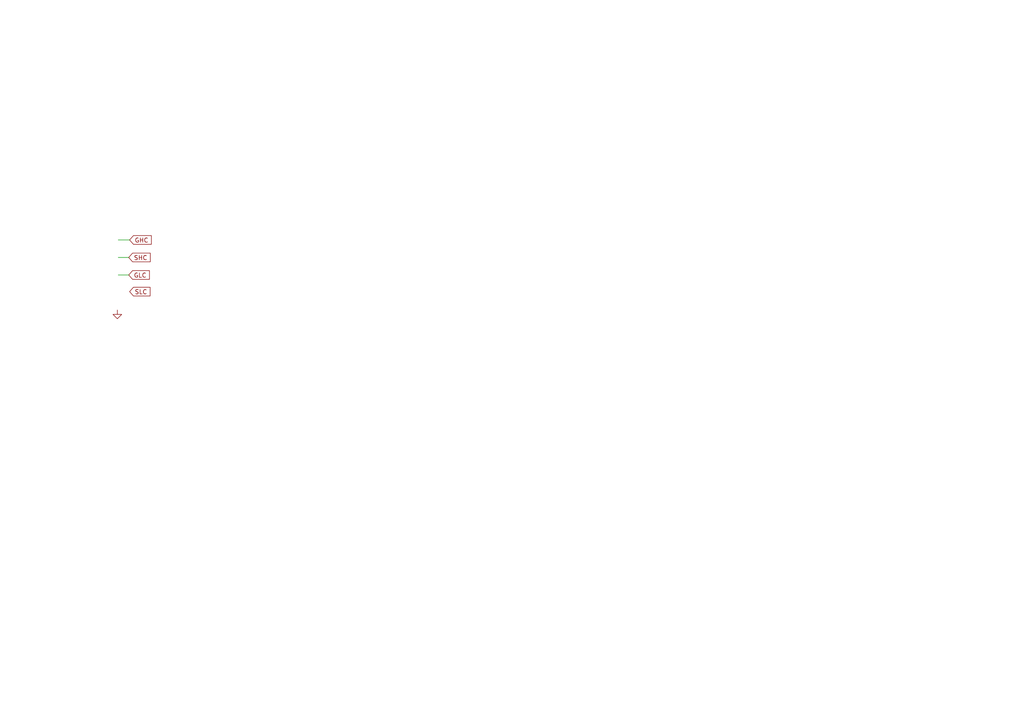
<source format=kicad_sch>
(kicad_sch (version 20230121) (generator eeschema)
  (paper "A4")
  (lib_symbols
    (symbol "power:GND" (power) (pin_names (offset 0))
      (property "Value" "GND" (at 0 -3.81 0))
      (symbol "GND_0_1"
        (polyline (pts (xy 0 0) (xy 0 -1.27) (xy 1.27 -1.27) (xy 0 -2.54) (xy -1.27 -1.27) (xy 0 -1.27)))
      )
      (symbol "GND_1_1"
        (pin power_in line (at 0 0 270) (length 0) hide (name "GND") (number "1"))
      )
    )
  )
  (wire (pts (xy 34.29 79.756) (xy 37.338 79.756)))
  (wire (pts (xy 34.29 69.596) (xy 37.592 69.596)))
  (wire (pts (xy 34.29 74.676) (xy 37.338 74.676)))
  (global_label "SLC" (shape input) (at 37.592 84.582 0) (property "Intersheetrefs" "${INTERSHEET_REFS}" (effects hide)))
  (global_label "GHC" (shape input) (at 37.592 69.596 0) (property "Intersheetrefs" "${INTERSHEET_REFS}" (effects hide)))
  (global_label "GLC" (shape input) (at 37.338 79.756 0) (property "Intersheetrefs" "${INTERSHEET_REFS}" (effects hide)))
  (global_label "SHC" (shape input) (at 37.338 74.676 0) (property "Intersheetrefs" "${INTERSHEET_REFS}" (effects hide)))
  (symbol (lib_id "power:GND") (at 34.036 89.916 0) (unit 1)
    (property "Reference" "#PWR024" (effects hide))
    (property "Value" "GND" (effects hide))
    (instances (project "BLDC_V_0.1" (path "" (reference "#PWR024") (unit 1)) (path "" (reference "#PWR023") (unit 1)) (path "" (reference "#PWR034") (unit 1)) (path "" (reference "#PWR044") (unit 1))))
  )
)
</source>
